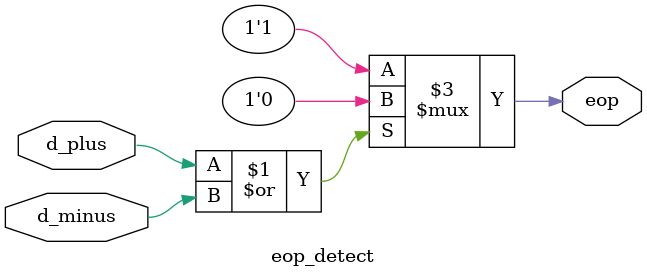
<source format=sv>

module eop_detect
(
    input wire d_plus,
    input wire d_minus,
    output wire eop
);

    assign eop = (!(d_plus | d_minus)) ? 1'b1 : 1'b0;

endmodule

</source>
